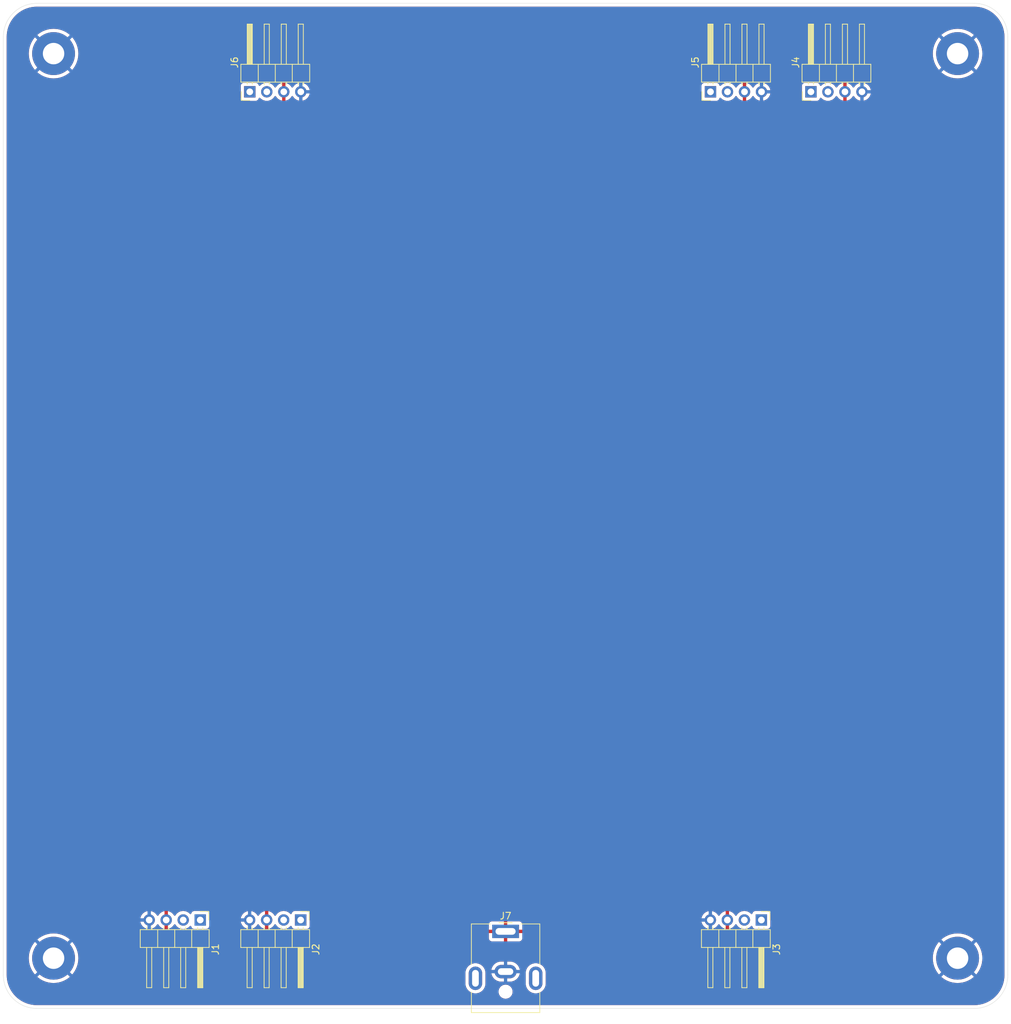
<source format=kicad_pcb>
(kicad_pcb (version 20240108) (generator "pcbnew") (generator_version "8.0")
  (layers (0 "F.Cu" signal) (31 "B.Cu" signal) (34 "B.Paste" user) (35 "F.Paste" user) (36 "B.SilkS" user "B.Silkscreen") (37 "F.SilkS" user "F.Silkscreen") (38 "B.Mask" user) (39 "F.Mask" user) (44 "Edge.Cuts" user))
  (net 0 "")
  (net 3 "GND")
  (net 4 "+12V")
  (footprint "Connector_PinHeader_2.54mm:PinHeader_1x04_P2.54mm_Horizontal" (layer "F.Cu") (at 230.6 88.2 90)
    (property "Reference" "J5" (at 4.385 -2.27 -90) (layer "F.SilkS"))
    (property "Value" "Conn_01x04")
    (fp_line (start 4.1 -1.33) (end 1.44 -1.33) (stroke (width 0.12)) (layer "F.SilkS"))
    (fp_line (start 1.44 -1.33) (end 1.44 8.95) (stroke (width 0.12)) (layer "F.SilkS"))
    (fp_line (start -1.27 -1.27) (end 0 -1.27) (stroke (width 0.12)) (layer "F.SilkS"))
    (fp_line (start 10.1 -0.38) (end 10.1 0.38) (stroke (width 0.12)) (layer "F.SilkS"))
    (fp_line (start 4.1 -0.38) (end 10.1 -0.38) (stroke (width 0.12)) (layer "F.SilkS"))
    (fp_line (start 1.11 -0.38) (end 1.44 -0.38) (stroke (width 0.12)) (layer "F.SilkS"))
    (fp_line (start 4.1 -0.32) (end 10.1 -0.32) (stroke (width 0.12)) (layer "F.SilkS"))
    (fp_line (start 4.1 -0.2) (end 10.1 -0.2) (stroke (width 0.12)) (layer "F.SilkS"))
    (fp_line (start 4.1 -0.08) (end 10.1 -0.08) (stroke (width 0.12)) (layer "F.SilkS"))
    (fp_line (start -1.27 0) (end -1.27 -1.27) (stroke (width 0.12)) (layer "F.SilkS"))
    (fp_line (start 4.1 0.04) (end 10.1 0.04) (stroke (width 0.12)) (layer "F.SilkS"))
    (fp_line (start 4.1 0.16) (end 10.1 0.16) (stroke (width 0.12)) (layer "F.SilkS"))
    (fp_line (start 4.1 0.28) (end 10.1 0.28) (stroke (width 0.12)) (layer "F.SilkS"))
    (fp_line (start 10.1 0.38) (end 4.1 0.38) (stroke (width 0.12)) (layer "F.SilkS"))
    (fp_line (start 1.11 0.38) (end 1.44 0.38) (stroke (width 0.12)) (layer "F.SilkS"))
    (fp_line (start 1.44 1.27) (end 4.1 1.27) (stroke (width 0.12)) (layer "F.SilkS"))
    (fp_line (start 10.1 2.16) (end 10.1 2.92) (stroke (width 0.12)) (layer "F.SilkS"))
    (fp_line (start 4.1 2.16) (end 10.1 2.16) (stroke (width 0.12)) (layer "F.SilkS"))
    (fp_line (start 1.042929 2.16) (end 1.44 2.16) (stroke (width 0.12)) (layer "F.SilkS"))
    (fp_line (start 10.1 2.92) (end 4.1 2.92) (stroke (width 0.12)) (layer "F.SilkS"))
    (fp_line (start 1.042929 2.92) (end 1.44 2.92) (stroke (width 0.12)) (layer "F.SilkS"))
    (fp_line (start 1.44 3.81) (end 4.1 3.81) (stroke (width 0.12)) (layer "F.SilkS"))
    (fp_line (start 10.1 4.7) (end 10.1 5.46) (stroke (width 0.12)) (layer "F.SilkS"))
    (fp_line (start 4.1 4.7) (end 10.1 4.7) (stroke (width 0.12)) (layer "F.SilkS"))
    (fp_line (start 1.042929 4.7) (end 1.44 4.7) (stroke (width 0.12)) (layer "F.SilkS"))
    (fp_line (start 10.1 5.46) (end 4.1 5.46) (stroke (width 0.12)) (layer "F.SilkS"))
    (fp_line (start 1.042929 5.46) (end 1.44 5.46) (stroke (width 0.12)) (layer "F.SilkS"))
    (fp_line (start 1.44 6.35) (end 4.1 6.35) (stroke (width 0.12)) (layer "F.SilkS"))
    (fp_line (start 10.1 7.24) (end 10.1 8) (stroke (width 0.12)) (layer "F.SilkS"))
    (fp_line (start 4.1 7.24) (end 10.1 7.24) (stroke (width 0.12)) (layer "F.SilkS"))
    (fp_line (start 1.042929 7.24) (end 1.44 7.24) (stroke (width 0.12)) (layer "F.SilkS"))
    (fp_line (start 10.1 8) (end 4.1 8) (stroke (width 0.12)) (layer "F.SilkS"))
    (fp_line (start 1.042929 8) (end 1.44 8) (stroke (width 0.12)) (layer "F.SilkS"))
    (fp_line (start 4.1 8.95) (end 4.1 -1.33) (stroke (width 0.12)) (layer "F.SilkS"))
    (fp_line (start 1.44 8.95) (end 4.1 8.95) (stroke (width 0.12)) (layer "F.SilkS"))
    (pad "1" thru_hole rect (at 0 0 90) (size 1.7 1.7) (drill 1) (layers "*.Cu" "*.Mask"))
    (pad "2" thru_hole oval (at 0 2.54 90) (size 1.7 1.7) (drill 1) (layers "*.Cu" "*.Mask"))
    (pad "3" thru_hole oval (at 0 5.08 90) (size 1.7 1.7) (drill 1) (layers "*.Cu" "*.Mask") (net 4 "+12V"))
    (pad "4" thru_hole oval (at 0 7.62 90) (size 1.7 1.7) (drill 1) (layers "*.Cu" "*.Mask") (net 3 "GND"))
  )
  (footprint "Connector_PinHeader_2.54mm:PinHeader_1x04_P2.54mm_Horizontal" (layer "F.Cu") (at 161.8 88.2 90)
    (property "Reference" "J6" (at 4.385 -2.27 -90) (layer "F.SilkS"))
    (property "Value" "Conn_01x04")
    (fp_line (start 4.1 -1.33) (end 1.44 -1.33) (stroke (width 0.12)) (layer "F.SilkS"))
    (fp_line (start 1.44 -1.33) (end 1.44 8.95) (stroke (width 0.12)) (layer "F.SilkS"))
    (fp_line (start -1.27 -1.27) (end 0 -1.27) (stroke (width 0.12)) (layer "F.SilkS"))
    (fp_line (start 10.1 -0.38) (end 10.1 0.38) (stroke (width 0.12)) (layer "F.SilkS"))
    (fp_line (start 4.1 -0.38) (end 10.1 -0.38) (stroke (width 0.12)) (layer "F.SilkS"))
    (fp_line (start 1.11 -0.38) (end 1.44 -0.38) (stroke (width 0.12)) (layer "F.SilkS"))
    (fp_line (start 4.1 -0.32) (end 10.1 -0.32) (stroke (width 0.12)) (layer "F.SilkS"))
    (fp_line (start 4.1 -0.2) (end 10.1 -0.2) (stroke (width 0.12)) (layer "F.SilkS"))
    (fp_line (start 4.1 -0.08) (end 10.1 -0.08) (stroke (width 0.12)) (layer "F.SilkS"))
    (fp_line (start -1.27 0) (end -1.27 -1.27) (stroke (width 0.12)) (layer "F.SilkS"))
    (fp_line (start 4.1 0.04) (end 10.1 0.04) (stroke (width 0.12)) (layer "F.SilkS"))
    (fp_line (start 4.1 0.16) (end 10.1 0.16) (stroke (width 0.12)) (layer "F.SilkS"))
    (fp_line (start 4.1 0.28) (end 10.1 0.28) (stroke (width 0.12)) (layer "F.SilkS"))
    (fp_line (start 10.1 0.38) (end 4.1 0.38) (stroke (width 0.12)) (layer "F.SilkS"))
    (fp_line (start 1.11 0.38) (end 1.44 0.38) (stroke (width 0.12)) (layer "F.SilkS"))
    (fp_line (start 1.44 1.27) (end 4.1 1.27) (stroke (width 0.12)) (layer "F.SilkS"))
    (fp_line (start 10.1 2.16) (end 10.1 2.92) (stroke (width 0.12)) (layer "F.SilkS"))
    (fp_line (start 4.1 2.16) (end 10.1 2.16) (stroke (width 0.12)) (layer "F.SilkS"))
    (fp_line (start 1.042929 2.16) (end 1.44 2.16) (stroke (width 0.12)) (layer "F.SilkS"))
    (fp_line (start 10.1 2.92) (end 4.1 2.92) (stroke (width 0.12)) (layer "F.SilkS"))
    (fp_line (start 1.042929 2.92) (end 1.44 2.92) (stroke (width 0.12)) (layer "F.SilkS"))
    (fp_line (start 1.44 3.81) (end 4.1 3.81) (stroke (width 0.12)) (layer "F.SilkS"))
    (fp_line (start 10.1 4.7) (end 10.1 5.46) (stroke (width 0.12)) (layer "F.SilkS"))
    (fp_line (start 4.1 4.7) (end 10.1 4.7) (stroke (width 0.12)) (layer "F.SilkS"))
    (fp_line (start 1.042929 4.7) (end 1.44 4.7) (stroke (width 0.12)) (layer "F.SilkS"))
    (fp_line (start 10.1 5.46) (end 4.1 5.46) (stroke (width 0.12)) (layer "F.SilkS"))
    (fp_line (start 1.042929 5.46) (end 1.44 5.46) (stroke (width 0.12)) (layer "F.SilkS"))
    (fp_line (start 1.44 6.35) (end 4.1 6.35) (stroke (width 0.12)) (layer "F.SilkS"))
    (fp_line (start 10.1 7.24) (end 10.1 8) (stroke (width 0.12)) (layer "F.SilkS"))
    (fp_line (start 4.1 7.24) (end 10.1 7.24) (stroke (width 0.12)) (layer "F.SilkS"))
    (fp_line (start 1.042929 7.24) (end 1.44 7.24) (stroke (width 0.12)) (layer "F.SilkS"))
    (fp_line (start 10.1 8) (end 4.1 8) (stroke (width 0.12)) (layer "F.SilkS"))
    (fp_line (start 1.042929 8) (end 1.44 8) (stroke (width 0.12)) (layer "F.SilkS"))
    (fp_line (start 4.1 8.95) (end 4.1 -1.33) (stroke (width 0.12)) (layer "F.SilkS"))
    (fp_line (start 1.44 8.95) (end 4.1 8.95) (stroke (width 0.12)) (layer "F.SilkS"))
    (pad "1" thru_hole rect (at 0 0 90) (size 1.7 1.7) (drill 1) (layers "*.Cu" "*.Mask"))
    (pad "2" thru_hole oval (at 0 2.54 90) (size 1.7 1.7) (drill 1) (layers "*.Cu" "*.Mask"))
    (pad "3" thru_hole oval (at 0 5.08 90) (size 1.7 1.7) (drill 1) (layers "*.Cu" "*.Mask") (net 4 "+12V"))
    (pad "4" thru_hole oval (at 0 7.62 90) (size 1.7 1.7) (drill 1) (layers "*.Cu" "*.Mask") (net 3 "GND"))
  )
  (footprint "MountingHole:MountingHole_3.2mm_M3_Pad" (layer "F.Cu") (at 132.5 82.5)
    (property "Reference" "H1" (hide yes))
    (property "Value" "MountingHole")
    (pad "1" thru_hole circle (at 0 0) (size 6.4 6.4) (drill 3.2) (layers "*.Cu" "*.Mask") (net 3 "GND"))
  )
  (footprint "Connector_BarrelJack:BarrelJack_CUI_PJ-063AH_Horizontal" (layer "F.Cu") (at 200 213.5)
    (property "Reference" "J7" (at 0 -2.3 0) (layer "F.SilkS"))
    (property "Value" "Barrel_Jack_MountingPin")
    (fp_line (start -5.11 -1.11) (end -2.3 -1.11) (stroke (width 0.12)) (layer "F.SilkS"))
    (fp_line (start -5.11 4.95) (end -5.11 -1.11) (stroke (width 0.12)) (layer "F.SilkS"))
    (fp_line (start -5.11 12.11) (end -5.11 9.05) (stroke (width 0.12)) (layer "F.SilkS"))
    (fp_line (start -1 -1.3) (end 1 -1.3) (stroke (width 0.12)) (layer "F.SilkS"))
    (fp_line (start 2.3 -1.11) (end 5.11 -1.11) (stroke (width 0.12)) (layer "F.SilkS"))
    (fp_line (start 5.11 -1.11) (end 5.11 4.95) (stroke (width 0.12)) (layer "F.SilkS"))
    (fp_line (start 5.11 9.05) (end 5.11 12.11) (stroke (width 0.12)) (layer "F.SilkS"))
    (fp_line (start 5.11 12.11) (end -5.11 12.11) (stroke (width 0.12)) (layer "F.SilkS"))
    (pad "" np_thru_hole circle (at 0 9) (size 1.6 1.6) (drill 1.6) (layers "*.Cu" "*.Mask"))
    (pad "1" thru_hole rect (at 0 0) (size 4 2) (drill oval 3 1) (layers "*.Cu" "*.Mask") (net 4 "+12V"))
    (pad "2" thru_hole oval (at 0 6) (size 3.3 2) (drill oval 2.3 1) (layers "*.Cu" "*.Mask") (net 3 "GND"))
    (pad "MP" thru_hole oval (at -4.5 7) (size 2 3.5) (drill oval 1 2.5) (layers "*.Cu" "*.Mask"))
    (pad "MP" thru_hole oval (at 4.5 7) (size 2 3.5) (drill oval 1 2.5) (layers "*.Cu" "*.Mask"))
  )
  (footprint "MountingHole:MountingHole_3.2mm_M3_Pad" (layer "F.Cu") (at 132.5 217.5)
    (property "Reference" "H3" (hide yes))
    (property "Value" "MountingHole")
    (pad "1" thru_hole circle (at 0 0) (size 6.4 6.4) (drill 3.2) (layers "*.Cu" "*.Mask") (net 3 "GND"))
  )
  (footprint "Connector_PinHeader_2.54mm:PinHeader_1x04_P2.54mm_Horizontal" (layer "F.Cu") (at 245.6 88.2 90)
    (property "Reference" "J4" (at 4.385 -2.27 -90) (layer "F.SilkS"))
    (property "Value" "Conn_01x04")
    (fp_line (start 4.1 -1.33) (end 1.44 -1.33) (stroke (width 0.12)) (layer "F.SilkS"))
    (fp_line (start 1.44 -1.33) (end 1.44 8.95) (stroke (width 0.12)) (layer "F.SilkS"))
    (fp_line (start -1.27 -1.27) (end 0 -1.27) (stroke (width 0.12)) (layer "F.SilkS"))
    (fp_line (start 10.1 -0.38) (end 10.1 0.38) (stroke (width 0.12)) (layer "F.SilkS"))
    (fp_line (start 4.1 -0.38) (end 10.1 -0.38) (stroke (width 0.12)) (layer "F.SilkS"))
    (fp_line (start 1.11 -0.38) (end 1.44 -0.38) (stroke (width 0.12)) (layer "F.SilkS"))
    (fp_line (start 4.1 -0.32) (end 10.1 -0.32) (stroke (width 0.12)) (layer "F.SilkS"))
    (fp_line (start 4.1 -0.2) (end 10.1 -0.2) (stroke (width 0.12)) (layer "F.SilkS"))
    (fp_line (start 4.1 -0.08) (end 10.1 -0.08) (stroke (width 0.12)) (layer "F.SilkS"))
    (fp_line (start -1.27 0) (end -1.27 -1.27) (stroke (width 0.12)) (layer "F.SilkS"))
    (fp_line (start 4.1 0.04) (end 10.1 0.04) (stroke (width 0.12)) (layer "F.SilkS"))
    (fp_line (start 4.1 0.16) (end 10.1 0.16) (stroke (width 0.12)) (layer "F.SilkS"))
    (fp_line (start 4.1 0.28) (end 10.1 0.28) (stroke (width 0.12)) (layer "F.SilkS"))
    (fp_line (start 10.1 0.38) (end 4.1 0.38) (stroke (width 0.12)) (layer "F.SilkS"))
    (fp_line (start 1.11 0.38) (end 1.44 0.38) (stroke (width 0.12)) (layer "F.SilkS"))
    (fp_line (start 1.44 1.27) (end 4.1 1.27) (stroke (width 0.12)) (layer "F.SilkS"))
    (fp_line (start 10.1 2.16) (end 10.1 2.92) (stroke (width 0.12)) (layer "F.SilkS"))
    (fp_line (start 4.1 2.16) (end 10.1 2.16) (stroke (width 0.12)) (layer "F.SilkS"))
    (fp_line (start 1.042929 2.16) (end 1.44 2.16) (stroke (width 0.12)) (layer "F.SilkS"))
    (fp_line (start 10.1 2.92) (end 4.1 2.92) (stroke (width 0.12)) (layer "F.SilkS"))
    (fp_line (start 1.042929 2.92) (end 1.44 2.92) (stroke (width 0.12)) (layer "F.SilkS"))
    (fp_line (start 1.44 3.81) (end 4.1 3.81) (stroke (width 0.12)) (layer "F.SilkS"))
    (fp_line (start 10.1 4.7) (end 10.1 5.46) (stroke (width 0.12)) (layer "F.SilkS"))
    (fp_line (start 4.1 4.7) (end 10.1 4.7) (stroke (width 0.12)) (layer "F.SilkS"))
    (fp_line (start 1.042929 4.7) (end 1.44 4.7) (stroke (width 0.12)) (layer "F.SilkS"))
    (fp_line (start 10.1 5.46) (end 4.1 5.46) (stroke (width 0.12)) (layer "F.SilkS"))
    (fp_line (start 1.042929 5.46) (end 1.44 5.46) (stroke (width 0.12)) (layer "F.SilkS"))
    (fp_line (start 1.44 6.35) (end 4.1 6.35) (stroke (width 0.12)) (layer "F.SilkS"))
    (fp_line (start 10.1 7.24) (end 10.1 8) (stroke (width 0.12)) (layer "F.SilkS"))
    (fp_line (start 4.1 7.24) (end 10.1 7.24) (stroke (width 0.12)) (layer "F.SilkS"))
    (fp_line (start 1.042929 7.24) (end 1.44 7.24) (stroke (width 0.12)) (layer "F.SilkS"))
    (fp_line (start 10.1 8) (end 4.1 8) (stroke (width 0.12)) (layer "F.SilkS"))
    (fp_line (start 1.042929 8) (end 1.44 8) (stroke (width 0.12)) (layer "F.SilkS"))
    (fp_line (start 4.1 8.95) (end 4.1 -1.33) (stroke (width 0.12)) (layer "F.SilkS"))
    (fp_line (start 1.44 8.95) (end 4.1 8.95) (stroke (width 0.12)) (layer "F.SilkS"))
    (pad "1" thru_hole rect (at 0 0 90) (size 1.7 1.7) (drill 1) (layers "*.Cu" "*.Mask"))
    (pad "2" thru_hole oval (at 0 2.54 90) (size 1.7 1.7) (drill 1) (layers "*.Cu" "*.Mask"))
    (pad "3" thru_hole oval (at 0 5.08 90) (size 1.7 1.7) (drill 1) (layers "*.Cu" "*.Mask") (net 4 "+12V"))
    (pad "4" thru_hole oval (at 0 7.62 90) (size 1.7 1.7) (drill 1) (layers "*.Cu" "*.Mask") (net 3 "GND"))
  )
  (footprint "MountingHole:MountingHole_3.2mm_M3_Pad" (layer "F.Cu") (at 267.5 82.5)
    (property "Reference" "H2" (hide yes))
    (property "Value" "MountingHole")
    (pad "1" thru_hole circle (at 0 0) (size 6.4 6.4) (drill 3.2) (layers "*.Cu" "*.Mask") (net 3 "GND"))
  )
  (footprint "Connector_PinHeader_2.54mm:PinHeader_1x04_P2.54mm_Horizontal" (layer "F.Cu") (at 154.4 211.8 -90)
    (property "Reference" "J1" (at 4.385 -2.27 90) (layer "F.SilkS"))
    (property "Value" "Conn_01x04")
    (fp_line (start 1.44 8.95) (end 4.1 8.95) (stroke (width 0.12)) (layer "F.SilkS"))
    (fp_line (start 4.1 8.95) (end 4.1 -1.33) (stroke (width 0.12)) (layer "F.SilkS"))
    (fp_line (start 1.042929 8) (end 1.44 8) (stroke (width 0.12)) (layer "F.SilkS"))
    (fp_line (start 10.1 8) (end 4.1 8) (stroke (width 0.12)) (layer "F.SilkS"))
    (fp_line (start 1.042929 7.24) (end 1.44 7.24) (stroke (width 0.12)) (layer "F.SilkS"))
    (fp_line (start 4.1 7.24) (end 10.1 7.24) (stroke (width 0.12)) (layer "F.SilkS"))
    (fp_line (start 10.1 7.24) (end 10.1 8) (stroke (width 0.12)) (layer "F.SilkS"))
    (fp_line (start 1.44 6.35) (end 4.1 6.35) (stroke (width 0.12)) (layer "F.SilkS"))
    (fp_line (start 1.042929 5.46) (end 1.44 5.46) (stroke (width 0.12)) (layer "F.SilkS"))
    (fp_line (start 10.1 5.46) (end 4.1 5.46) (stroke (width 0.12)) (layer "F.SilkS"))
    (fp_line (start 1.042929 4.7) (end 1.44 4.7) (stroke (width 0.12)) (layer "F.SilkS"))
    (fp_line (start 4.1 4.7) (end 10.1 4.7) (stroke (width 0.12)) (layer "F.SilkS"))
    (fp_line (start 10.1 4.7) (end 10.1 5.46) (stroke (width 0.12)) (layer "F.SilkS"))
    (fp_line (start 1.44 3.81) (end 4.1 3.81) (stroke (width 0.12)) (layer "F.SilkS"))
    (fp_line (start 1.042929 2.92) (end 1.44 2.92) (stroke (width 0.12)) (layer "F.SilkS"))
    (fp_line (start 10.1 2.92) (end 4.1 2.92) (stroke (width 0.12)) (layer "F.SilkS"))
    (fp_line (start 1.042929 2.16) (end 1.44 2.16) (stroke (width 0.12)) (layer "F.SilkS"))
    (fp_line (start 4.1 2.16) (end 10.1 2.16) (stroke (width 0.12)) (layer "F.SilkS"))
    (fp_line (start 10.1 2.16) (end 10.1 2.92) (stroke (width 0.12)) (layer "F.SilkS"))
    (fp_line (start 1.44 1.27) (end 4.1 1.27) (stroke (width 0.12)) (layer "F.SilkS"))
    (fp_line (start 1.11 0.38) (end 1.44 0.38) (stroke (width 0.12)) (layer "F.SilkS"))
    (fp_line (start 10.1 0.38) (end 4.1 0.38) (stroke (width 0.12)) (layer "F.SilkS"))
    (fp_line (start 4.1 0.28) (end 10.1 0.28) (stroke (width 0.12)) (layer "F.SilkS"))
    (fp_line (start 4.1 0.16) (end 10.1 0.16) (stroke (width 0.12)) (layer "F.SilkS"))
    (fp_line (start 4.1 0.04) (end 10.1 0.04) (stroke (width 0.12)) (layer "F.SilkS"))
    (fp_line (start -1.27 0) (end -1.27 -1.27) (stroke (width 0.12)) (layer "F.SilkS"))
    (fp_line (start 4.1 -0.08) (end 10.1 -0.08) (stroke (width 0.12)) (layer "F.SilkS"))
    (fp_line (start 4.1 -0.2) (end 10.1 -0.2) (stroke (width 0.12)) (layer "F.SilkS"))
    (fp_line (start 4.1 -0.32) (end 10.1 -0.32) (stroke (width 0.12)) (layer "F.SilkS"))
    (fp_line (start 1.11 -0.38) (end 1.44 -0.38) (stroke (width 0.12)) (layer "F.SilkS"))
    (fp_line (start 4.1 -0.38) (end 10.1 -0.38) (stroke (width 0.12)) (layer "F.SilkS"))
    (fp_line (start 10.1 -0.38) (end 10.1 0.38) (stroke (width 0.12)) (layer "F.SilkS"))
    (fp_line (start -1.27 -1.27) (end 0 -1.27) (stroke (width 0.12)) (layer "F.SilkS"))
    (fp_line (start 1.44 -1.33) (end 1.44 8.95) (stroke (width 0.12)) (layer "F.SilkS"))
    (fp_line (start 4.1 -1.33) (end 1.44 -1.33) (stroke (width 0.12)) (layer "F.SilkS"))
    (pad "1" thru_hole rect (at 0 0 270) (size 1.7 1.7) (drill 1) (layers "*.Cu" "*.Mask"))
    (pad "2" thru_hole oval (at 0 2.54 270) (size 1.7 1.7) (drill 1) (layers "*.Cu" "*.Mask"))
    (pad "3" thru_hole oval (at 0 5.08 270) (size 1.7 1.7) (drill 1) (layers "*.Cu" "*.Mask") (net 4 "+12V"))
    (pad "4" thru_hole oval (at 0 7.62 270) (size 1.7 1.7) (drill 1) (layers "*.Cu" "*.Mask") (net 3 "GND"))
  )
  (footprint "Connector_PinHeader_2.54mm:PinHeader_1x04_P2.54mm_Horizontal" (layer "F.Cu") (at 238.2 211.8 -90)
    (property "Reference" "J3" (at 4.385 -2.27 90) (layer "F.SilkS"))
    (property "Value" "Conn_01x04")
    (fp_line (start 1.44 8.95) (end 4.1 8.95) (stroke (width 0.12)) (layer "F.SilkS"))
    (fp_line (start 4.1 8.95) (end 4.1 -1.33) (stroke (width 0.12)) (layer "F.SilkS"))
    (fp_line (start 1.042929 8) (end 1.44 8) (stroke (width 0.12)) (layer "F.SilkS"))
    (fp_line (start 10.1 8) (end 4.1 8) (stroke (width 0.12)) (layer "F.SilkS"))
    (fp_line (start 1.042929 7.24) (end 1.44 7.24) (stroke (width 0.12)) (layer "F.SilkS"))
    (fp_line (start 4.1 7.24) (end 10.1 7.24) (stroke (width 0.12)) (layer "F.SilkS"))
    (fp_line (start 10.1 7.24) (end 10.1 8) (stroke (width 0.12)) (layer "F.SilkS"))
    (fp_line (start 1.44 6.35) (end 4.1 6.35) (stroke (width 0.12)) (layer "F.SilkS"))
    (fp_line (start 1.042929 5.46) (end 1.44 5.46) (stroke (width 0.12)) (layer "F.SilkS"))
    (fp_line (start 10.1 5.46) (end 4.1 5.46) (stroke (width 0.12)) (layer "F.SilkS"))
    (fp_line (start 1.042929 4.7) (end 1.44 4.7) (stroke (width 0.12)) (layer "F.SilkS"))
    (fp_line (start 4.1 4.7) (end 10.1 4.7) (stroke (width 0.12)) (layer "F.SilkS"))
    (fp_line (start 10.1 4.7) (end 10.1 5.46) (stroke (width 0.12)) (layer "F.SilkS"))
    (fp_line (start 1.44 3.81) (end 4.1 3.81) (stroke (width 0.12)) (layer "F.SilkS"))
    (fp_line (start 1.042929 2.92) (end 1.44 2.92) (stroke (width 0.12)) (layer "F.SilkS"))
    (fp_line (start 10.1 2.92) (end 4.1 2.92) (stroke (width 0.12)) (layer "F.SilkS"))
    (fp_line (start 1.042929 2.16) (end 1.44 2.16) (stroke (width 0.12)) (layer "F.SilkS"))
    (fp_line (start 4.1 2.16) (end 10.1 2.16) (stroke (width 0.12)) (layer "F.SilkS"))
    (fp_line (start 10.1 2.16) (end 10.1 2.92) (stroke (width 0.12)) (layer "F.SilkS"))
    (fp_line (start 1.44 1.27) (end 4.1 1.27) (stroke (width 0.12)) (layer "F.SilkS"))
    (fp_line (start 1.11 0.38) (end 1.44 0.38) (stroke (width 0.12)) (layer "F.SilkS"))
    (fp_line (start 10.1 0.38) (end 4.1 0.38) (stroke (width 0.12)) (layer "F.SilkS"))
    (fp_line (start 4.1 0.28) (end 10.1 0.28) (stroke (width 0.12)) (layer "F.SilkS"))
    (fp_line (start 4.1 0.16) (end 10.1 0.16) (stroke (width 0.12)) (layer "F.SilkS"))
    (fp_line (start 4.1 0.04) (end 10.1 0.04) (stroke (width 0.12)) (layer "F.SilkS"))
    (fp_line (start -1.27 0) (end -1.27 -1.27) (stroke (width 0.12)) (layer "F.SilkS"))
    (fp_line (start 4.1 -0.08) (end 10.1 -0.08) (stroke (width 0.12)) (layer "F.SilkS"))
    (fp_line (start 4.1 -0.2) (end 10.1 -0.2) (stroke (width 0.12)) (layer "F.SilkS"))
    (fp_line (start 4.1 -0.32) (end 10.1 -0.32) (stroke (width 0.12)) (layer "F.SilkS"))
    (fp_line (start 1.11 -0.38) (end 1.44 -0.38) (stroke (width 0.12)) (layer "F.SilkS"))
    (fp_line (start 4.1 -0.38) (end 10.1 -0.38) (stroke (width 0.12)) (layer "F.SilkS"))
    (fp_line (start 10.1 -0.38) (end 10.1 0.38) (stroke (width 0.12)) (layer "F.SilkS"))
    (fp_line (start -1.27 -1.27) (end 0 -1.27) (stroke (width 0.12)) (layer "F.SilkS"))
    (fp_line (start 1.44 -1.33) (end 1.44 8.95) (stroke (width 0.12)) (layer "F.SilkS"))
    (fp_line (start 4.1 -1.33) (end 1.44 -1.33) (stroke (width 0.12)) (layer "F.SilkS"))
    (pad "1" thru_hole rect (at 0 0 270) (size 1.7 1.7) (drill 1) (layers "*.Cu" "*.Mask"))
    (pad "2" thru_hole oval (at 0 2.54 270) (size 1.7 1.7) (drill 1) (layers "*.Cu" "*.Mask"))
    (pad "3" thru_hole oval (at 0 5.08 270) (size 1.7 1.7) (drill 1) (layers "*.Cu" "*.Mask") (net 4 "+12V"))
    (pad "4" thru_hole oval (at 0 7.62 270) (size 1.7 1.7) (drill 1) (layers "*.Cu" "*.Mask") (net 3 "GND"))
  )
  (footprint "MountingHole:MountingHole_3.2mm_M3_Pad" (layer "F.Cu") (at 267.5 217.5)
    (property "Reference" "H4" (hide yes))
    (property "Value" "MountingHole")
    (pad "1" thru_hole circle (at 0 0) (size 6.4 6.4) (drill 3.2) (layers "*.Cu" "*.Mask") (net 3 "GND"))
  )
  (footprint "Connector_PinHeader_2.54mm:PinHeader_1x04_P2.54mm_Horizontal" (layer "F.Cu") (at 169.4 211.8 -90)
    (property "Reference" "J2" (at 4.385 -2.27 90) (layer "F.SilkS"))
    (property "Value" "Conn_01x04")
    (fp_line (start 1.44 8.95) (end 4.1 8.95) (stroke (width 0.12)) (layer "F.SilkS"))
    (fp_line (start 4.1 8.95) (end 4.1 -1.33) (stroke (width 0.12)) (layer "F.SilkS"))
    (fp_line (start 1.042929 8) (end 1.44 8) (stroke (width 0.12)) (layer "F.SilkS"))
    (fp_line (start 10.1 8) (end 4.1 8) (stroke (width 0.12)) (layer "F.SilkS"))
    (fp_line (start 1.042929 7.24) (end 1.44 7.24) (stroke (width 0.12)) (layer "F.SilkS"))
    (fp_line (start 4.1 7.24) (end 10.1 7.24) (stroke (width 0.12)) (layer "F.SilkS"))
    (fp_line (start 10.1 7.24) (end 10.1 8) (stroke (width 0.12)) (layer "F.SilkS"))
    (fp_line (start 1.44 6.35) (end 4.1 6.35) (stroke (width 0.12)) (layer "F.SilkS"))
    (fp_line (start 1.042929 5.46) (end 1.44 5.46) (stroke (width 0.12)) (layer "F.SilkS"))
    (fp_line (start 10.1 5.46) (end 4.1 5.46) (stroke (width 0.12)) (layer "F.SilkS"))
    (fp_line (start 1.042929 4.7) (end 1.44 4.7) (stroke (width 0.12)) (layer "F.SilkS"))
    (fp_line (start 4.1 4.7) (end 10.1 4.7) (stroke (width 0.12)) (layer "F.SilkS"))
    (fp_line (start 10.1 4.7) (end 10.1 5.46) (stroke (width 0.12)) (layer "F.SilkS"))
    (fp_line (start 1.44 3.81) (end 4.1 3.81) (stroke (width 0.12)) (layer "F.SilkS"))
    (fp_line (start 1.042929 2.92) (end 1.44 2.92) (stroke (width 0.12)) (layer "F.SilkS"))
    (fp_line (start 10.1 2.92) (end 4.1 2.92) (stroke (width 0.12)) (layer "F.SilkS"))
    (fp_line (start 1.042929 2.16) (end 1.44 2.16) (stroke (width 0.12)) (layer "F.SilkS"))
    (fp_line (start 4.1 2.16) (end 10.1 2.16) (stroke (width 0.12)) (layer "F.SilkS"))
    (fp_line (start 10.1 2.16) (end 10.1 2.92) (stroke (width 0.12)) (layer "F.SilkS"))
    (fp_line (start 1.44 1.27) (end 4.1 1.27) (stroke (width 0.12)) (layer "F.SilkS"))
    (fp_line (start 1.11 0.38) (end 1.44 0.38) (stroke (width 0.12)) (layer "F.SilkS"))
    (fp_line (start 10.1 0.38) (end 4.1 0.38) (stroke (width 0.12)) (layer "F.SilkS"))
    (fp_line (start 4.1 0.28) (end 10.1 0.28) (stroke (width 0.12)) (layer "F.SilkS"))
    (fp_line (start 4.1 0.16) (end 10.1 0.16) (stroke (width 0.12)) (layer "F.SilkS"))
    (fp_line (start 4.1 0.04) (end 10.1 0.04) (stroke (width 0.12)) (layer "F.SilkS"))
    (fp_line (start -1.27 0) (end -1.27 -1.27) (stroke (width 0.12)) (layer "F.SilkS"))
    (fp_line (start 4.1 -0.08) (end 10.1 -0.08) (stroke (width 0.12)) (layer "F.SilkS"))
    (fp_line (start 4.1 -0.2) (end 10.1 -0.2) (stroke (width 0.12)) (layer "F.SilkS"))
    (fp_line (start 4.1 -0.32) (end 10.1 -0.32) (stroke (width 0.12)) (layer "F.SilkS"))
    (fp_line (start 1.11 -0.38) (end 1.44 -0.38) (stroke (width 0.12)) (layer "F.SilkS"))
    (fp_line (start 4.1 -0.38) (end 10.1 -0.38) (stroke (width 0.12)) (layer "F.SilkS"))
    (fp_line (start 10.1 -0.38) (end 10.1 0.38) (stroke (width 0.12)) (layer "F.SilkS"))
    (fp_line (start -1.27 -1.27) (end 0 -1.27) (stroke (width 0.12)) (layer "F.SilkS"))
    (fp_line (start 1.44 -1.33) (end 1.44 8.95) (stroke (width 0.12)) (layer "F.SilkS"))
    (fp_line (start 4.1 -1.33) (end 1.44 -1.33) (stroke (width 0.12)) (layer "F.SilkS"))
    (pad "1" thru_hole rect (at 0 0 270) (size 1.7 1.7) (drill 1) (layers "*.Cu" "*.Mask"))
    (pad "2" thru_hole oval (at 0 2.54 270) (size 1.7 1.7) (drill 1) (layers "*.Cu" "*.Mask"))
    (pad "3" thru_hole oval (at 0 5.08 270) (size 1.7 1.7) (drill 1) (layers "*.Cu" "*.Mask") (net 4 "+12V"))
    (pad "4" thru_hole oval (at 0 7.62 270) (size 1.7 1.7) (drill 1) (layers "*.Cu" "*.Mask") (net 3 "GND"))
  )
  (gr_line (start 130 75) (end 270 75) (stroke (width 0.05)) (layer "Edge.Cuts"))
  (gr_arc (start 270 75) (mid 273.535534 76.464466) (end 275 80) (stroke (width 0.05)) (layer "Edge.Cuts"))
  (gr_arc (start 275 220) (mid 273.535534 223.535534) (end 270 225) (stroke (width 0.05)) (layer "Edge.Cuts"))
  (gr_line (start 275 80) (end 275 220) (stroke (width 0.05)) (layer "Edge.Cuts"))
  (gr_line (start 270 225) (end 130 225) (stroke (width 0.05)) (layer "Edge.Cuts"))
  (gr_line (start 125 220) (end 125 80) (stroke (width 0.05)) (layer "Edge.Cuts"))
  (gr_arc (start 130 225) (mid 126.464466 223.535534) (end 125 220) (stroke (width 0.05)) (layer "Edge.Cuts"))
  (gr_arc (start 125 80) (mid 126.464466 76.464466) (end 130 75) (stroke (width 0.05)) (layer "Edge.Cuts"))
  (zone (net 4) (net_name "+12V") (layer "F.Cu") (connect_pads (clearance 0.5)) (min_thickness 0.25) (fill yes (thermal_gap 0.5) (thermal_bridge_width 0.5))
    (polygon (pts (xy 124.5 74.5) (xy 275.5 74.5) (xy 275.5 225.5) (xy 124.5 225.5)))
  )
  (zone (net 3) (net_name "GND") (layer "B.Cu") (connect_pads (clearance 0.5)) (min_thickness 0.25) (fill yes (thermal_gap 0.5) (thermal_bridge_width 0.5))
    (polygon (pts (xy 124.5 74.5) (xy 275.5 74.5) (xy 275.5 225.5) (xy 124.5 225.5)))
  )
)
</source>
